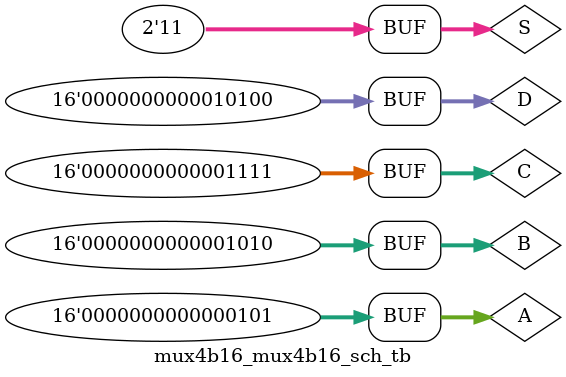
<source format=v>

`timescale 1ns / 1ps

module mux4b16_mux4b16_sch_tb();

// Inputs
   reg [15:0] A;
   reg [15:0] B;
   reg [15:0] C;
   reg [15:0] D;
   reg [1:0] S;

// Output
   wire [15:0] O;

// Bidirs

// Instantiate the UUT
   mux4b16 UUT (
		.A(A), 
		.B(B), 
		.C(C), 
		.D(D), 
		.S(S), 
		.O(O)
   );
// Initialize Inputs
      initial begin
		A = 5;
		B = 10;
		C = 15;
		D = 20;
		S = 3;
		end
endmodule

</source>
